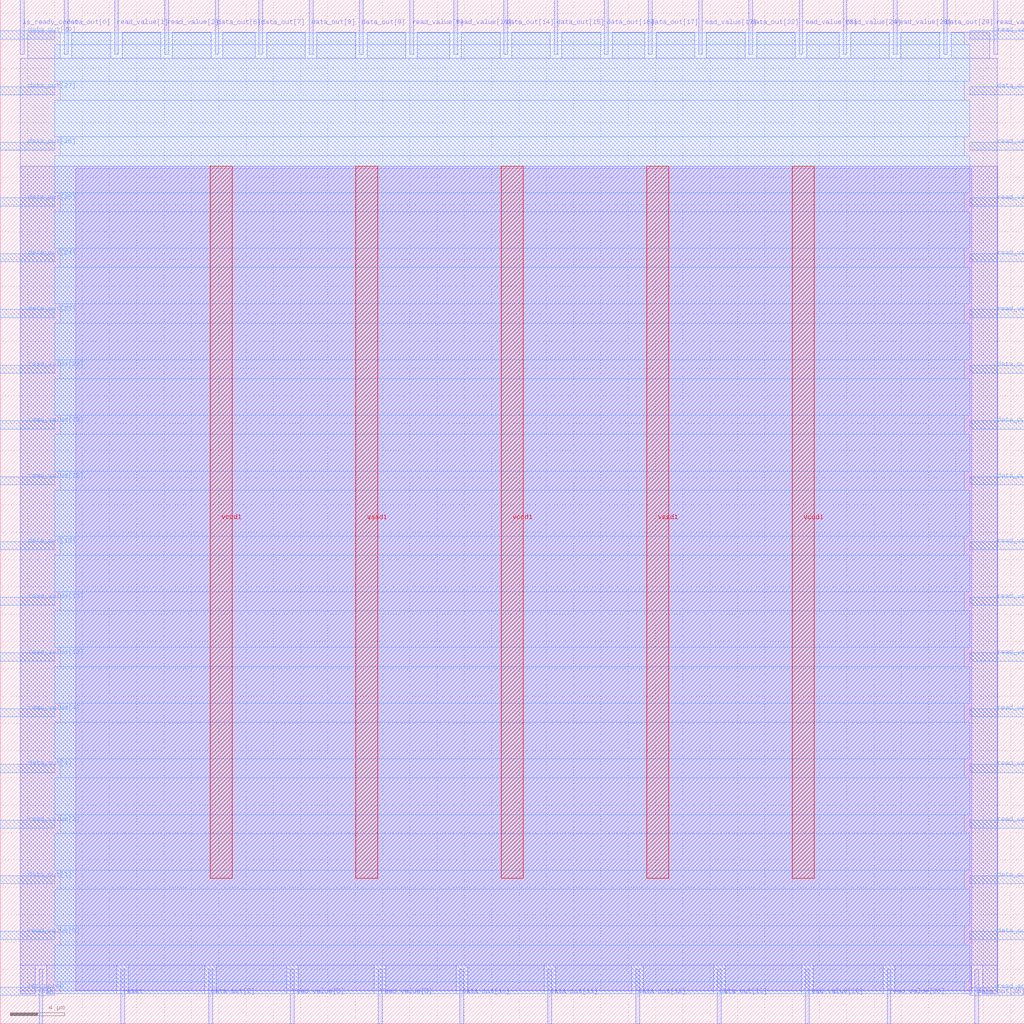
<source format=lef>
VERSION 5.7 ;
  NOWIREEXTENSIONATPIN ON ;
  DIVIDERCHAR "/" ;
  BUSBITCHARS "[]" ;
MACRO io_input_arbiter
  CLASS BLOCK ;
  FOREIGN io_input_arbiter ;
  ORIGIN 0.000 0.000 ;
  SIZE 75.000 BY 75.000 ;
  PIN clk
    DIRECTION INPUT ;
    USE SIGNAL ;
    PORT
      LAYER met2 ;
        RECT 2.850 0.000 3.130 4.000 ;
    END
  END clk
  PIN data_out[0]
    DIRECTION OUTPUT TRISTATE ;
    USE SIGNAL ;
    PORT
      LAYER met2 ;
        RECT 4.690 71.000 4.970 75.000 ;
    END
  END data_out[0]
  PIN data_out[10]
    DIRECTION OUTPUT TRISTATE ;
    USE SIGNAL ;
    PORT
      LAYER met2 ;
        RECT 33.670 0.000 33.950 4.000 ;
    END
  END data_out[10]
  PIN data_out[11]
    DIRECTION OUTPUT TRISTATE ;
    USE SIGNAL ;
    PORT
      LAYER met2 ;
        RECT 40.110 0.000 40.390 4.000 ;
    END
  END data_out[11]
  PIN data_out[12]
    DIRECTION OUTPUT TRISTATE ;
    USE SIGNAL ;
    PORT
      LAYER met2 ;
        RECT 46.550 0.000 46.830 4.000 ;
    END
  END data_out[12]
  PIN data_out[13]
    DIRECTION OUTPUT TRISTATE ;
    USE SIGNAL ;
    PORT
      LAYER met2 ;
        RECT 52.530 0.000 52.810 4.000 ;
    END
  END data_out[13]
  PIN data_out[14]
    DIRECTION OUTPUT TRISTATE ;
    USE SIGNAL ;
    PORT
      LAYER met2 ;
        RECT 36.890 71.000 37.170 75.000 ;
    END
  END data_out[14]
  PIN data_out[15]
    DIRECTION OUTPUT TRISTATE ;
    USE SIGNAL ;
    PORT
      LAYER met2 ;
        RECT 40.570 71.000 40.850 75.000 ;
    END
  END data_out[15]
  PIN data_out[16]
    DIRECTION OUTPUT TRISTATE ;
    USE SIGNAL ;
    PORT
      LAYER met2 ;
        RECT 44.250 71.000 44.530 75.000 ;
    END
  END data_out[16]
  PIN data_out[17]
    DIRECTION OUTPUT TRISTATE ;
    USE SIGNAL ;
    PORT
      LAYER met2 ;
        RECT 47.470 71.000 47.750 75.000 ;
    END
  END data_out[17]
  PIN data_out[18]
    DIRECTION OUTPUT TRISTATE ;
    USE SIGNAL ;
    PORT
      LAYER met3 ;
        RECT 0.000 34.720 4.000 35.320 ;
    END
  END data_out[18]
  PIN data_out[19]
    DIRECTION OUTPUT TRISTATE ;
    USE SIGNAL ;
    PORT
      LAYER met3 ;
        RECT 71.000 39.480 75.000 40.080 ;
    END
  END data_out[19]
  PIN data_out[1]
    DIRECTION OUTPUT TRISTATE ;
    USE SIGNAL ;
    PORT
      LAYER met3 ;
        RECT 0.000 10.240 4.000 10.840 ;
    END
  END data_out[1]
  PIN data_out[20]
    DIRECTION OUTPUT TRISTATE ;
    USE SIGNAL ;
    PORT
      LAYER met3 ;
        RECT 71.000 43.560 75.000 44.160 ;
    END
  END data_out[20]
  PIN data_out[21]
    DIRECTION OUTPUT TRISTATE ;
    USE SIGNAL ;
    PORT
      LAYER met3 ;
        RECT 71.000 47.640 75.000 48.240 ;
    END
  END data_out[21]
  PIN data_out[22]
    DIRECTION OUTPUT TRISTATE ;
    USE SIGNAL ;
    PORT
      LAYER met2 ;
        RECT 54.830 71.000 55.110 75.000 ;
    END
  END data_out[22]
  PIN data_out[23]
    DIRECTION OUTPUT TRISTATE ;
    USE SIGNAL ;
    PORT
      LAYER met3 ;
        RECT 0.000 51.720 4.000 52.320 ;
    END
  END data_out[23]
  PIN data_out[24]
    DIRECTION OUTPUT TRISTATE ;
    USE SIGNAL ;
    PORT
      LAYER met3 ;
        RECT 0.000 55.800 4.000 56.400 ;
    END
  END data_out[24]
  PIN data_out[25]
    DIRECTION OUTPUT TRISTATE ;
    USE SIGNAL ;
    PORT
      LAYER met3 ;
        RECT 0.000 59.880 4.000 60.480 ;
    END
  END data_out[25]
  PIN data_out[26]
    DIRECTION OUTPUT TRISTATE ;
    USE SIGNAL ;
    PORT
      LAYER met3 ;
        RECT 0.000 63.960 4.000 64.560 ;
    END
  END data_out[26]
  PIN data_out[27]
    DIRECTION OUTPUT TRISTATE ;
    USE SIGNAL ;
    PORT
      LAYER met3 ;
        RECT 0.000 68.040 4.000 68.640 ;
    END
  END data_out[27]
  PIN data_out[28]
    DIRECTION OUTPUT TRISTATE ;
    USE SIGNAL ;
    PORT
      LAYER met2 ;
        RECT 71.390 0.000 71.670 4.000 ;
    END
  END data_out[28]
  PIN data_out[29]
    DIRECTION OUTPUT TRISTATE ;
    USE SIGNAL ;
    PORT
      LAYER met2 ;
        RECT 69.090 71.000 69.370 75.000 ;
    END
  END data_out[29]
  PIN data_out[2]
    DIRECTION OUTPUT TRISTATE ;
    USE SIGNAL ;
    PORT
      LAYER met2 ;
        RECT 15.270 0.000 15.550 4.000 ;
    END
  END data_out[2]
  PIN data_out[30]
    DIRECTION OUTPUT TRISTATE ;
    USE SIGNAL ;
    PORT
      LAYER met3 ;
        RECT 0.000 72.120 4.000 72.720 ;
    END
  END data_out[30]
  PIN data_out[31]
    DIRECTION OUTPUT TRISTATE ;
    USE SIGNAL ;
    PORT
      LAYER met3 ;
        RECT 71.000 68.040 75.000 68.640 ;
    END
  END data_out[31]
  PIN data_out[3]
    DIRECTION OUTPUT TRISTATE ;
    USE SIGNAL ;
    PORT
      LAYER met3 ;
        RECT 71.000 6.160 75.000 6.760 ;
    END
  END data_out[3]
  PIN data_out[4]
    DIRECTION OUTPUT TRISTATE ;
    USE SIGNAL ;
    PORT
      LAYER met3 ;
        RECT 0.000 18.400 4.000 19.000 ;
    END
  END data_out[4]
  PIN data_out[5]
    DIRECTION OUTPUT TRISTATE ;
    USE SIGNAL ;
    PORT
      LAYER met3 ;
        RECT 71.000 10.240 75.000 10.840 ;
    END
  END data_out[5]
  PIN data_out[6]
    DIRECTION OUTPUT TRISTATE ;
    USE SIGNAL ;
    PORT
      LAYER met2 ;
        RECT 15.730 71.000 16.010 75.000 ;
    END
  END data_out[6]
  PIN data_out[7]
    DIRECTION OUTPUT TRISTATE ;
    USE SIGNAL ;
    PORT
      LAYER met2 ;
        RECT 18.950 71.000 19.230 75.000 ;
    END
  END data_out[7]
  PIN data_out[8]
    DIRECTION OUTPUT TRISTATE ;
    USE SIGNAL ;
    PORT
      LAYER met2 ;
        RECT 22.630 71.000 22.910 75.000 ;
    END
  END data_out[8]
  PIN data_out[9]
    DIRECTION OUTPUT TRISTATE ;
    USE SIGNAL ;
    PORT
      LAYER met2 ;
        RECT 26.310 71.000 26.590 75.000 ;
    END
  END data_out[9]
  PIN is_ready_core0
    DIRECTION OUTPUT TRISTATE ;
    USE SIGNAL ;
    PORT
      LAYER met2 ;
        RECT 1.470 71.000 1.750 75.000 ;
    END
  END is_ready_core0
  PIN read_enable
    DIRECTION INPUT ;
    USE SIGNAL ;
    PORT
      LAYER met3 ;
        RECT 71.000 2.080 75.000 2.680 ;
    END
  END read_enable
  PIN read_value[0]
    DIRECTION INPUT ;
    USE SIGNAL ;
    PORT
      LAYER met3 ;
        RECT 0.000 6.160 4.000 6.760 ;
    END
  END read_value[0]
  PIN read_value[10]
    DIRECTION INPUT ;
    USE SIGNAL ;
    PORT
      LAYER met2 ;
        RECT 33.210 71.000 33.490 75.000 ;
    END
  END read_value[10]
  PIN read_value[11]
    DIRECTION INPUT ;
    USE SIGNAL ;
    PORT
      LAYER met3 ;
        RECT 71.000 22.480 75.000 23.080 ;
    END
  END read_value[11]
  PIN read_value[12]
    DIRECTION INPUT ;
    USE SIGNAL ;
    PORT
      LAYER met3 ;
        RECT 0.000 26.560 4.000 27.160 ;
    END
  END read_value[12]
  PIN read_value[13]
    DIRECTION INPUT ;
    USE SIGNAL ;
    PORT
      LAYER met3 ;
        RECT 0.000 30.640 4.000 31.240 ;
    END
  END read_value[13]
  PIN read_value[14]
    DIRECTION INPUT ;
    USE SIGNAL ;
    PORT
      LAYER met3 ;
        RECT 71.000 26.560 75.000 27.160 ;
    END
  END read_value[14]
  PIN read_value[15]
    DIRECTION INPUT ;
    USE SIGNAL ;
    PORT
      LAYER met3 ;
        RECT 71.000 30.640 75.000 31.240 ;
    END
  END read_value[15]
  PIN read_value[16]
    DIRECTION INPUT ;
    USE SIGNAL ;
    PORT
      LAYER met3 ;
        RECT 71.000 34.720 75.000 35.320 ;
    END
  END read_value[16]
  PIN read_value[17]
    DIRECTION INPUT ;
    USE SIGNAL ;
    PORT
      LAYER met2 ;
        RECT 51.150 71.000 51.430 75.000 ;
    END
  END read_value[17]
  PIN read_value[18]
    DIRECTION INPUT ;
    USE SIGNAL ;
    PORT
      LAYER met3 ;
        RECT 0.000 39.480 4.000 40.080 ;
    END
  END read_value[18]
  PIN read_value[19]
    DIRECTION INPUT ;
    USE SIGNAL ;
    PORT
      LAYER met3 ;
        RECT 0.000 43.560 4.000 44.160 ;
    END
  END read_value[19]
  PIN read_value[1]
    DIRECTION INPUT ;
    USE SIGNAL ;
    PORT
      LAYER met2 ;
        RECT 8.370 71.000 8.650 75.000 ;
    END
  END read_value[1]
  PIN read_value[20]
    DIRECTION INPUT ;
    USE SIGNAL ;
    PORT
      LAYER met2 ;
        RECT 58.970 0.000 59.250 4.000 ;
    END
  END read_value[20]
  PIN read_value[21]
    DIRECTION INPUT ;
    USE SIGNAL ;
    PORT
      LAYER met3 ;
        RECT 71.000 51.720 75.000 52.320 ;
    END
  END read_value[21]
  PIN read_value[22]
    DIRECTION INPUT ;
    USE SIGNAL ;
    PORT
      LAYER met3 ;
        RECT 0.000 47.640 4.000 48.240 ;
    END
  END read_value[22]
  PIN read_value[23]
    DIRECTION INPUT ;
    USE SIGNAL ;
    PORT
      LAYER met2 ;
        RECT 58.510 71.000 58.790 75.000 ;
    END
  END read_value[23]
  PIN read_value[24]
    DIRECTION INPUT ;
    USE SIGNAL ;
    PORT
      LAYER met2 ;
        RECT 61.730 71.000 62.010 75.000 ;
    END
  END read_value[24]
  PIN read_value[25]
    DIRECTION INPUT ;
    USE SIGNAL ;
    PORT
      LAYER met3 ;
        RECT 71.000 55.800 75.000 56.400 ;
    END
  END read_value[25]
  PIN read_value[26]
    DIRECTION INPUT ;
    USE SIGNAL ;
    PORT
      LAYER met2 ;
        RECT 64.950 0.000 65.230 4.000 ;
    END
  END read_value[26]
  PIN read_value[27]
    DIRECTION INPUT ;
    USE SIGNAL ;
    PORT
      LAYER met3 ;
        RECT 71.000 59.880 75.000 60.480 ;
    END
  END read_value[27]
  PIN read_value[28]
    DIRECTION INPUT ;
    USE SIGNAL ;
    PORT
      LAYER met2 ;
        RECT 65.410 71.000 65.690 75.000 ;
    END
  END read_value[28]
  PIN read_value[29]
    DIRECTION INPUT ;
    USE SIGNAL ;
    PORT
      LAYER met3 ;
        RECT 71.000 63.960 75.000 64.560 ;
    END
  END read_value[29]
  PIN read_value[2]
    DIRECTION INPUT ;
    USE SIGNAL ;
    PORT
      LAYER met2 ;
        RECT 12.050 71.000 12.330 75.000 ;
    END
  END read_value[2]
  PIN read_value[30]
    DIRECTION INPUT ;
    USE SIGNAL ;
    PORT
      LAYER met2 ;
        RECT 72.770 71.000 73.050 75.000 ;
    END
  END read_value[30]
  PIN read_value[31]
    DIRECTION INPUT ;
    USE SIGNAL ;
    PORT
      LAYER met3 ;
        RECT 71.000 72.120 75.000 72.720 ;
    END
  END read_value[31]
  PIN read_value[3]
    DIRECTION INPUT ;
    USE SIGNAL ;
    PORT
      LAYER met3 ;
        RECT 0.000 14.320 4.000 14.920 ;
    END
  END read_value[3]
  PIN read_value[4]
    DIRECTION INPUT ;
    USE SIGNAL ;
    PORT
      LAYER met3 ;
        RECT 0.000 22.480 4.000 23.080 ;
    END
  END read_value[4]
  PIN read_value[5]
    DIRECTION INPUT ;
    USE SIGNAL ;
    PORT
      LAYER met2 ;
        RECT 21.250 0.000 21.530 4.000 ;
    END
  END read_value[5]
  PIN read_value[6]
    DIRECTION INPUT ;
    USE SIGNAL ;
    PORT
      LAYER met3 ;
        RECT 71.000 14.320 75.000 14.920 ;
    END
  END read_value[6]
  PIN read_value[7]
    DIRECTION INPUT ;
    USE SIGNAL ;
    PORT
      LAYER met3 ;
        RECT 71.000 18.400 75.000 19.000 ;
    END
  END read_value[7]
  PIN read_value[8]
    DIRECTION INPUT ;
    USE SIGNAL ;
    PORT
      LAYER met2 ;
        RECT 27.690 0.000 27.970 4.000 ;
    END
  END read_value[8]
  PIN read_value[9]
    DIRECTION INPUT ;
    USE SIGNAL ;
    PORT
      LAYER met2 ;
        RECT 29.990 71.000 30.270 75.000 ;
    END
  END read_value[9]
  PIN req_core0
    DIRECTION INPUT ;
    USE SIGNAL ;
    PORT
      LAYER met3 ;
        RECT 0.000 2.080 4.000 2.680 ;
    END
  END req_core0
  PIN reset
    DIRECTION INPUT ;
    USE SIGNAL ;
    PORT
      LAYER met2 ;
        RECT 8.830 0.000 9.110 4.000 ;
    END
  END reset
  PIN vccd1
    DIRECTION INPUT ;
    USE POWER ;
    PORT
      LAYER met4 ;
        RECT 15.380 10.640 16.980 62.800 ;
    END
    PORT
      LAYER met4 ;
        RECT 36.700 10.640 38.300 62.800 ;
    END
    PORT
      LAYER met4 ;
        RECT 58.020 10.640 59.620 62.800 ;
    END
  END vccd1
  PIN vssd1
    DIRECTION INPUT ;
    USE GROUND ;
    PORT
      LAYER met4 ;
        RECT 26.040 10.640 27.640 62.800 ;
    END
    PORT
      LAYER met4 ;
        RECT 47.360 10.640 48.960 62.800 ;
    END
  END vssd1
  OBS
      LAYER li1 ;
        RECT 5.520 2.465 71.155 62.645 ;
      LAYER met1 ;
        RECT 1.450 2.420 73.070 62.800 ;
      LAYER met2 ;
        RECT 2.030 70.720 4.410 72.605 ;
        RECT 5.250 70.720 8.090 72.605 ;
        RECT 8.930 70.720 11.770 72.605 ;
        RECT 12.610 70.720 15.450 72.605 ;
        RECT 16.290 70.720 18.670 72.605 ;
        RECT 19.510 70.720 22.350 72.605 ;
        RECT 23.190 70.720 26.030 72.605 ;
        RECT 26.870 70.720 29.710 72.605 ;
        RECT 30.550 70.720 32.930 72.605 ;
        RECT 33.770 70.720 36.610 72.605 ;
        RECT 37.450 70.720 40.290 72.605 ;
        RECT 41.130 70.720 43.970 72.605 ;
        RECT 44.810 70.720 47.190 72.605 ;
        RECT 48.030 70.720 50.870 72.605 ;
        RECT 51.710 70.720 54.550 72.605 ;
        RECT 55.390 70.720 58.230 72.605 ;
        RECT 59.070 70.720 61.450 72.605 ;
        RECT 62.290 70.720 65.130 72.605 ;
        RECT 65.970 70.720 68.810 72.605 ;
        RECT 69.650 70.720 72.490 72.605 ;
        RECT 1.480 4.280 73.040 70.720 ;
        RECT 1.480 2.195 2.570 4.280 ;
        RECT 3.410 2.195 8.550 4.280 ;
        RECT 9.390 2.195 14.990 4.280 ;
        RECT 15.830 2.195 20.970 4.280 ;
        RECT 21.810 2.195 27.410 4.280 ;
        RECT 28.250 2.195 33.390 4.280 ;
        RECT 34.230 2.195 39.830 4.280 ;
        RECT 40.670 2.195 46.270 4.280 ;
        RECT 47.110 2.195 52.250 4.280 ;
        RECT 53.090 2.195 58.690 4.280 ;
        RECT 59.530 2.195 64.670 4.280 ;
        RECT 65.510 2.195 71.110 4.280 ;
        RECT 71.950 2.195 73.040 4.280 ;
      LAYER met3 ;
        RECT 4.400 71.720 70.600 72.585 ;
        RECT 4.000 69.040 71.000 71.720 ;
        RECT 4.400 67.640 70.600 69.040 ;
        RECT 4.000 64.960 71.000 67.640 ;
        RECT 4.400 63.560 70.600 64.960 ;
        RECT 4.000 60.880 71.000 63.560 ;
        RECT 4.400 59.480 70.600 60.880 ;
        RECT 4.000 56.800 71.000 59.480 ;
        RECT 4.400 55.400 70.600 56.800 ;
        RECT 4.000 52.720 71.000 55.400 ;
        RECT 4.400 51.320 70.600 52.720 ;
        RECT 4.000 48.640 71.000 51.320 ;
        RECT 4.400 47.240 70.600 48.640 ;
        RECT 4.000 44.560 71.000 47.240 ;
        RECT 4.400 43.160 70.600 44.560 ;
        RECT 4.000 40.480 71.000 43.160 ;
        RECT 4.400 39.080 70.600 40.480 ;
        RECT 4.000 35.720 71.000 39.080 ;
        RECT 4.400 34.320 70.600 35.720 ;
        RECT 4.000 31.640 71.000 34.320 ;
        RECT 4.400 30.240 70.600 31.640 ;
        RECT 4.000 27.560 71.000 30.240 ;
        RECT 4.400 26.160 70.600 27.560 ;
        RECT 4.000 23.480 71.000 26.160 ;
        RECT 4.400 22.080 70.600 23.480 ;
        RECT 4.000 19.400 71.000 22.080 ;
        RECT 4.400 18.000 70.600 19.400 ;
        RECT 4.000 15.320 71.000 18.000 ;
        RECT 4.400 13.920 70.600 15.320 ;
        RECT 4.000 11.240 71.000 13.920 ;
        RECT 4.400 9.840 70.600 11.240 ;
        RECT 4.000 7.160 71.000 9.840 ;
        RECT 4.400 5.760 70.600 7.160 ;
        RECT 4.000 3.080 71.000 5.760 ;
        RECT 4.400 2.215 70.600 3.080 ;
  END
END io_input_arbiter
END LIBRARY


</source>
